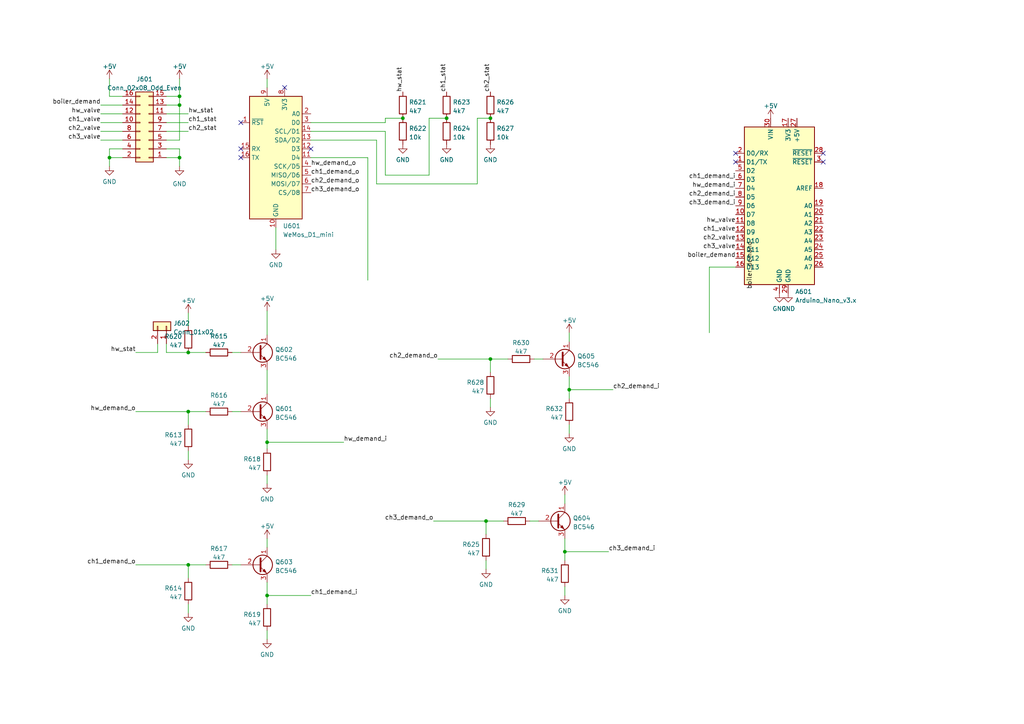
<source format=kicad_sch>
(kicad_sch (version 20211123) (generator eeschema)
  (paper "A4")
  (lib_symbols
    (symbol "Connector_Generic:Conn_01x02" (pin_names (offset 1.016) hide)
      (property "Reference" "J" (at 0 2.54 0))
      (property "Value" "Conn_01x02" (at 0 -5.08 0))
      (symbol "Conn_01x02_1_1"
        (rectangle (start -1.27 -2.413) (end 0 -2.667) (stroke (width 0.1524)))
        (rectangle (start -1.27 0.127) (end 0 -0.127) (stroke (width 0.1524)))
        (rectangle (start -1.27 1.27) (end 1.27 -3.81) (stroke (width 0.254)) (fill (type background)))
        (pin passive line (at -5.08 0 0) (length 3.81) (name "Pin_1") (number "1"))
        (pin passive line (at -5.08 -2.54 0) (length 3.81) (name "Pin_2") (number "2"))
      )
    )
    (symbol "Connector_Generic:Conn_02x08_Odd_Even" (pin_names (offset 1.016) hide)
      (property "Reference" "J" (at 1.27 10.16 0))
      (property "Value" "Conn_02x08_Odd_Even" (at 1.27 -12.7 0))
      (symbol "Conn_02x08_Odd_Even_1_1"
        (rectangle (start -1.27 -10.033) (end 0 -10.287) (stroke (width 0.1524)))
        (rectangle (start -1.27 -7.493) (end 0 -7.747) (stroke (width 0.1524)))
        (rectangle (start -1.27 -4.953) (end 0 -5.207) (stroke (width 0.1524)))
        (rectangle (start -1.27 -2.413) (end 0 -2.667) (stroke (width 0.1524)))
        (rectangle (start -1.27 0.127) (end 0 -0.127) (stroke (width 0.1524)))
        (rectangle (start -1.27 2.667) (end 0 2.413) (stroke (width 0.1524)))
        (rectangle (start -1.27 5.207) (end 0 4.953) (stroke (width 0.1524)))
        (rectangle (start -1.27 7.747) (end 0 7.493) (stroke (width 0.1524)))
        (rectangle (start -1.27 8.89) (end 3.81 -11.43) (stroke (width 0.254)) (fill (type background)))
        (rectangle (start 3.81 -10.033) (end 2.54 -10.287) (stroke (width 0.1524)))
        (rectangle (start 3.81 -7.493) (end 2.54 -7.747) (stroke (width 0.1524)))
        (rectangle (start 3.81 -4.953) (end 2.54 -5.207) (stroke (width 0.1524)))
        (rectangle (start 3.81 -2.413) (end 2.54 -2.667) (stroke (width 0.1524)))
        (rectangle (start 3.81 0.127) (end 2.54 -0.127) (stroke (width 0.1524)))
        (rectangle (start 3.81 2.667) (end 2.54 2.413) (stroke (width 0.1524)))
        (rectangle (start 3.81 5.207) (end 2.54 4.953) (stroke (width 0.1524)))
        (rectangle (start 3.81 7.747) (end 2.54 7.493) (stroke (width 0.1524)))
        (pin passive line (at -5.08 7.62 0) (length 3.81) (name "Pin_1") (number "1"))
        (pin passive line (at 7.62 -2.54 180) (length 3.81) (name "Pin_10") (number "10"))
        (pin passive line (at -5.08 -5.08 0) (length 3.81) (name "Pin_11") (number "11"))
        (pin passive line (at 7.62 -5.08 180) (length 3.81) (name "Pin_12") (number "12"))
        (pin passive line (at -5.08 -7.62 0) (length 3.81) (name "Pin_13") (number "13"))
        (pin passive line (at 7.62 -7.62 180) (length 3.81) (name "Pin_14") (number "14"))
        (pin passive line (at -5.08 -10.16 0) (length 3.81) (name "Pin_15") (number "15"))
        (pin passive line (at 7.62 -10.16 180) (length 3.81) (name "Pin_16") (number "16"))
        (pin passive line (at 7.62 7.62 180) (length 3.81) (name "Pin_2") (number "2"))
        (pin passive line (at -5.08 5.08 0) (length 3.81) (name "Pin_3") (number "3"))
        (pin passive line (at 7.62 5.08 180) (length 3.81) (name "Pin_4") (number "4"))
        (pin passive line (at -5.08 2.54 0) (length 3.81) (name "Pin_5") (number "5"))
        (pin passive line (at 7.62 2.54 180) (length 3.81) (name "Pin_6") (number "6"))
        (pin passive line (at -5.08 0 0) (length 3.81) (name "Pin_7") (number "7"))
        (pin passive line (at 7.62 0 180) (length 3.81) (name "Pin_8") (number "8"))
        (pin passive line (at -5.08 -2.54 0) (length 3.81) (name "Pin_9") (number "9"))
      )
    )
    (symbol "Device:LED" (pin_numbers hide) (pin_names (offset 1.016) hide)
      (property "Reference" "D" (at 0 2.54 0))
      (property "Value" "LED" (at 0 -2.54 0))
      (symbol "LED_0_1"
        (polyline (pts (xy -1.27 -1.27) (xy -1.27 1.27)) (stroke (width 0.254)))
        (polyline (pts (xy -1.27 0) (xy 1.27 0)))
        (polyline (pts (xy 1.27 -1.27) (xy 1.27 1.27) (xy -1.27 0) (xy 1.27 -1.27)) (stroke (width 0.254)))
        (polyline (pts (xy -3.048 -0.762) (xy -4.572 -2.286) (xy -3.81 -2.286) (xy -4.572 -2.286) (xy -4.572 -1.524)))
        (polyline (pts (xy -1.778 -0.762) (xy -3.302 -2.286) (xy -2.54 -2.286) (xy -3.302 -2.286) (xy -3.302 -1.524)))
      )
      (symbol "LED_1_1"
        (pin passive line (at -3.81 0 0) (length 2.54) (name "K") (number "1"))
        (pin passive line (at 3.81 0 180) (length 2.54) (name "A") (number "2"))
      )
    )
    (symbol "Device:R" (pin_numbers hide) (pin_names (offset 0))
      (property "Reference" "R" (at 2.032 0 90))
      (property "Value" "R" (at 0 0 90))
      (symbol "R_0_1"
        (rectangle (start -1.016 -2.54) (end 1.016 2.54) (stroke (width 0.254)))
      )
      (symbol "R_1_1"
        (pin passive line (at 0 3.81 270) (length 1.27) (name "~") (number "1"))
        (pin passive line (at 0 -3.81 90) (length 1.27) (name "~") (number "2"))
      )
    )
    (symbol "MCU_Module:Arduino_Nano_v3.x"
      (property "Reference" "A" (at -10.16 23.495 0))
      (property "Value" "Arduino_Nano_v3.x" (at 5.08 -24.13 0))
      (symbol "Arduino_Nano_v3.x_0_1"
        (rectangle (start -10.16 22.86) (end 10.16 -22.86) (stroke (width 0.254)) (fill (type background)))
      )
      (symbol "Arduino_Nano_v3.x_1_1"
        (pin bidirectional line (at -12.7 12.7 0) (length 2.54) (name "D1/TX") (number "1"))
        (pin bidirectional line (at -12.7 -2.54 0) (length 2.54) (name "D7") (number "10"))
        (pin bidirectional line (at -12.7 -5.08 0) (length 2.54) (name "D8") (number "11"))
        (pin bidirectional line (at -12.7 -7.62 0) (length 2.54) (name "D9") (number "12"))
        (pin bidirectional line (at -12.7 -10.16 0) (length 2.54) (name "D10") (number "13"))
        (pin bidirectional line (at -12.7 -12.7 0) (length 2.54) (name "D11") (number "14"))
        (pin bidirectional line (at -12.7 -15.24 0) (length 2.54) (name "D12") (number "15"))
        (pin bidirectional line (at -12.7 -17.78 0) (length 2.54) (name "D13") (number "16"))
        (pin power_out line (at 2.54 25.4 270) (length 2.54) (name "3V3") (number "17"))
        (pin input line (at 12.7 5.08 180) (length 2.54) (name "AREF") (number "18"))
        (pin bidirectional line (at 12.7 0 180) (length 2.54) (name "A0") (number "19"))
        (pin bidirectional line (at -12.7 15.24 0) (length 2.54) (name "D0/RX") (number "2"))
        (pin bidirectional line (at 12.7 -2.54 180) (length 2.54) (name "A1") (number "20"))
        (pin bidirectional line (at 12.7 -5.08 180) (length 2.54) (name "A2") (number "21"))
        (pin bidirectional line (at 12.7 -7.62 180) (length 2.54) (name "A3") (number "22"))
        (pin bidirectional line (at 12.7 -10.16 180) (length 2.54) (name "A4") (number "23"))
        (pin bidirectional line (at 12.7 -12.7 180) (length 2.54) (name "A5") (number "24"))
        (pin bidirectional line (at 12.7 -15.24 180) (length 2.54) (name "A6") (number "25"))
        (pin bidirectional line (at 12.7 -17.78 180) (length 2.54) (name "A7") (number "26"))
        (pin power_out line (at 5.08 25.4 270) (length 2.54) (name "+5V") (number "27"))
        (pin input line (at 12.7 15.24 180) (length 2.54) (name "~{RESET}") (number "28"))
        (pin power_in line (at 2.54 -25.4 90) (length 2.54) (name "GND") (number "29"))
        (pin input line (at 12.7 12.7 180) (length 2.54) (name "~{RESET}") (number "3"))
        (pin power_in line (at -2.54 25.4 270) (length 2.54) (name "VIN") (number "30"))
        (pin power_in line (at 0 -25.4 90) (length 2.54) (name "GND") (number "4"))
        (pin bidirectional line (at -12.7 10.16 0) (length 2.54) (name "D2") (number "5"))
        (pin bidirectional line (at -12.7 7.62 0) (length 2.54) (name "D3") (number "6"))
        (pin bidirectional line (at -12.7 5.08 0) (length 2.54) (name "D4") (number "7"))
        (pin bidirectional line (at -12.7 2.54 0) (length 2.54) (name "D5") (number "8"))
        (pin bidirectional line (at -12.7 0 0) (length 2.54) (name "D6") (number "9"))
      )
    )
    (symbol "Transistor_BJT:BC546" (pin_names (offset 0) hide)
      (property "Reference" "Q" (at 5.08 1.905 0))
      (property "Value" "BC546" (at 5.08 0 0))
      (symbol "BC546_0_1"
        (polyline (pts (xy 0 0) (xy 0.635 0)))
        (polyline (pts (xy 0.635 0.635) (xy 2.54 2.54)))
        (polyline (pts (xy 0.635 -0.635) (xy 2.54 -2.54) (xy 2.54 -2.54)))
        (polyline (pts (xy 0.635 1.905) (xy 0.635 -1.905) (xy 0.635 -1.905)) (stroke (width 0.508)))
        (polyline (pts (xy 1.27 -1.778) (xy 1.778 -1.27) (xy 2.286 -2.286) (xy 1.27 -1.778) (xy 1.27 -1.778)) (fill (type outline)))
        (circle (center 1.27 0) (radius 2.8194) (stroke (width 0.254)))
      )
      (symbol "BC546_1_1"
        (pin passive line (at 2.54 5.08 270) (length 2.54) (name "C") (number "1"))
        (pin input line (at -5.08 0 0) (length 5.08) (name "B") (number "2"))
        (pin passive line (at 2.54 -5.08 90) (length 2.54) (name "E") (number "3"))
      )
    )
    (symbol "edd:WeMos_D1_mini"
      (property "Reference" "U1" (at 2.0194 -19.8104 0))
      (property "Value" "WeMos_D1_mini" (at 2.0194 -22.3473 0))
      (symbol "WeMos_D1_mini_1_1"
        (rectangle (start -7.62 17.78) (end 7.62 -17.78) (stroke (width 0.254)) (fill (type background)))
        (pin input line (at -10.16 10.16 0) (length 2.54) (name "~{RST}") (number "1"))
        (pin power_in line (at 0 -20.32 90) (length 2.54) (name "GND") (number "10"))
        (pin bidirectional line (at 10.16 0 180) (length 2.54) (name "D4") (number "11"))
        (pin bidirectional line (at 10.16 2.54 180) (length 2.54) (name "D3") (number "12"))
        (pin bidirectional line (at 10.16 5.08 180) (length 2.54) (name "SDA/D2") (number "13"))
        (pin bidirectional line (at 10.16 7.62 180) (length 2.54) (name "SCL/D1") (number "14"))
        (pin input line (at -10.16 2.54 0) (length 2.54) (name "RX") (number "15"))
        (pin output line (at -10.16 0 0) (length 2.54) (name "TX") (number "16"))
        (pin input line (at 10.16 12.7 180) (length 2.54) (name "A0") (number "2"))
        (pin bidirectional line (at 10.16 10.16 180) (length 2.54) (name "D0") (number "3"))
        (pin bidirectional line (at 10.16 -2.54 180) (length 2.54) (name "SCK/D5") (number "4"))
        (pin bidirectional line (at 10.16 -5.08 180) (length 2.54) (name "MISO/D6") (number "5"))
        (pin bidirectional line (at 10.16 -7.62 180) (length 2.54) (name "MOSI/D7") (number "6"))
        (pin bidirectional line (at 10.16 -10.16 180) (length 2.54) (name "CS/D8") (number "7"))
        (pin power_out line (at 2.54 20.32 270) (length 2.54) (name "3V3") (number "8"))
        (pin power_in line (at -2.54 20.32 270) (length 2.54) (name "5V") (number "9"))
      )
    )
    (symbol "power:+5V" (power) (pin_names (offset 0))
      (property "Value" "+5V" (at 0 3.556 0))
      (symbol "+5V_0_1"
        (polyline (pts (xy -0.762 1.27) (xy 0 2.54)))
        (polyline (pts (xy 0 0) (xy 0 2.54)))
        (polyline (pts (xy 0 2.54) (xy 0.762 1.27)))
      )
      (symbol "+5V_1_1"
        (pin power_in line (at 0 0 90) (length 0) hide (name "+5V") (number "1"))
      )
    )
    (symbol "power:GND" (power) (pin_names (offset 0))
      (property "Value" "GND" (at 0 -3.81 0))
      (symbol "GND_0_1"
        (polyline (pts (xy 0 0) (xy 0 -1.27) (xy 1.27 -1.27) (xy 0 -2.54) (xy -1.27 -1.27) (xy 0 -1.27)))
      )
      (symbol "GND_1_1"
        (pin power_in line (at 0 0 270) (length 0) hide (name "GND") (number "1"))
      )
    )
  )
  (junction (at 31.75 45.72))
  (junction (at -73.66 189.23))
  (junction (at 77.47 128.27))
  (junction (at -82.55 189.23))
  (junction (at 140.97 151.13))
  (junction (at 163.83 160.02))
  (junction (at 165.1 113.03))
  (junction (at 129.54 34.29))
  (junction (at -19.05 189.23))
  (junction (at 77.47 172.72))
  (junction (at -118.11 189.23))
  (junction (at 54.61 163.83))
  (junction (at -10.16 189.23))
  (junction (at 52.07 45.72))
  (junction (at -64.77 189.23))
  (junction (at 142.24 104.14))
  (junction (at -36.83 189.23))
  (junction (at 52.07 30.48))
  (junction (at -27.94 189.23))
  (junction (at 142.24 34.29))
  (junction (at 54.61 102.235))
  (junction (at 54.61 119.38))
  (junction (at 52.07 27.94))
  (junction (at -109.22 189.23))
  (junction (at 116.84 34.29))
  (no_connect (at 238.76 44.45))
  (no_connect (at 238.76 46.99))
  (no_connect (at 213.36 44.45))
  (no_connect (at 213.36 46.99))
  (no_connect (at 69.85 43.18))
  (no_connect (at 82.55 25.4))
  (no_connect (at 69.85 35.56))
  (no_connect (at 69.85 45.72))
  (no_connect (at 90.17 43.18))
  (wire (pts (xy 106.68 45.72) (xy 90.17 45.72)))
  (wire (pts (xy 77.47 172.72) (xy 77.47 175.26)))
  (wire (pts (xy 111.76 34.29) (xy 116.84 34.29)))
  (wire (pts (xy -109.22 165.1) (xy -109.22 157.48)))
  (wire (pts (xy 156.21 151.13) (xy 153.67 151.13)))
  (wire (pts (xy -64.77 189.23) (xy -64.77 194.31)))
  (wire (pts (xy 31.75 45.72) (xy 31.75 43.18)))
  (wire (pts (xy 147.32 104.14) (xy 142.24 104.14)))
  (wire (pts (xy 142.24 115.57) (xy 142.24 118.11)))
  (wire (pts (xy 54.61 90.805) (xy 54.61 94.615)))
  (wire (pts (xy 52.07 27.94) (xy 52.07 30.48)))
  (wire (pts (xy 138.43 34.29) (xy 142.24 34.29)))
  (wire (pts (xy -118.11 189.23) (xy -118.11 184.15)))
  (wire (pts (xy 77.47 124.46) (xy 77.47 128.27)))
  (wire (pts (xy 90.17 35.56) (xy 111.76 35.56)))
  (wire (pts (xy 165.1 113.03) (xy 165.1 115.57)))
  (wire (pts (xy 111.76 50.8) (xy 124.46 50.8)))
  (wire (pts (xy 140.97 151.13) (xy 125.73 151.13)))
  (wire (pts (xy -64.77 165.1) (xy -64.77 160.02)))
  (wire (pts (xy 77.47 156.21) (xy 77.47 158.75)))
  (wire (pts (xy -19.05 172.72) (xy -19.05 176.53)))
  (wire (pts (xy 54.61 102.235) (xy 59.69 102.235)))
  (wire (pts (xy 45.72 102.235) (xy 45.72 99.695)))
  (wire (pts (xy 29.21 38.1) (xy 35.56 38.1)))
  (wire (pts (xy 59.69 163.83) (xy 54.61 163.83)))
  (wire (pts (xy 52.07 45.72) (xy 52.07 43.18)))
  (wire (pts (xy -128.27 184.15) (xy -128.27 189.23)))
  (wire (pts (xy 48.26 43.18) (xy 52.07 43.18)))
  (wire (pts (xy -128.27 165.1) (xy -128.27 157.48)))
  (wire (pts (xy 39.37 102.235) (xy 45.72 102.235)))
  (wire (pts (xy 138.43 53.34) (xy 138.43 34.29)))
  (wire (pts (xy 29.21 33.02) (xy 35.56 33.02)))
  (wire (pts (xy 111.76 35.56) (xy 111.76 34.29)))
  (wire (pts (xy -19.05 160.02) (xy -19.05 165.1)))
  (wire (pts (xy -45.72 165.1) (xy -45.72 160.02)))
  (wire (pts (xy 29.21 30.48) (xy 35.56 30.48)))
  (wire (pts (xy 213.36 77.47) (xy 205.74 77.47)))
  (wire (pts (xy 124.46 34.29) (xy 129.54 34.29)))
  (wire (pts (xy 54.61 163.83) (xy 39.37 163.83)))
  (wire (pts (xy -73.66 172.72) (xy -73.66 176.53)))
  (wire (pts (xy -27.94 184.15) (xy -27.94 189.23)))
  (wire (pts (xy 77.47 107.315) (xy 77.47 114.3)))
  (wire (pts (xy 90.17 38.1) (xy 111.76 38.1)))
  (wire (pts (xy 31.75 45.72) (xy 35.56 45.72)))
  (wire (pts (xy 48.26 33.02) (xy 54.61 33.02)))
  (wire (pts (xy -118.11 172.72) (xy -118.11 176.53)))
  (wire (pts (xy -10.16 189.23) (xy -10.16 194.31)))
  (wire (pts (xy -36.83 189.23) (xy -27.94 189.23)))
  (wire (pts (xy 48.26 27.94) (xy 52.07 27.94)))
  (wire (pts (xy 163.83 160.02) (xy 163.83 162.56)))
  (wire (pts (xy -36.83 172.72) (xy -36.83 176.53)))
  (wire (pts (xy 48.26 40.64) (xy 52.07 40.64)))
  (wire (pts (xy 29.21 35.56) (xy 35.56 35.56)))
  (wire (pts (xy 90.17 40.64) (xy 109.22 40.64)))
  (wire (pts (xy 52.07 48.26) (xy 52.07 45.72)))
  (wire (pts (xy 77.47 128.27) (xy 77.47 130.175)))
  (wire (pts (xy -27.94 172.72) (xy -27.94 176.53)))
  (wire (pts (xy 106.68 45.72) (xy 106.68 81.28)))
  (wire (pts (xy 77.47 128.27) (xy 99.695 128.27)))
  (wire (pts (xy -91.44 172.72) (xy -91.44 176.53)))
  (wire (pts (xy 165.1 96.52) (xy 165.1 99.06)))
  (wire (pts (xy 48.26 45.72) (xy 52.07 45.72)))
  (wire (pts (xy -10.16 172.72) (xy -10.16 176.53)))
  (wire (pts (xy 109.22 53.34) (xy 138.43 53.34)))
  (wire (pts (xy 48.26 38.1) (xy 54.61 38.1)))
  (wire (pts (xy 77.47 168.91) (xy 77.47 172.72)))
  (wire (pts (xy -45.72 172.72) (xy -45.72 176.53)))
  (wire (pts (xy -36.83 184.15) (xy -36.83 189.23)))
  (wire (pts (xy -118.11 157.48) (xy -118.11 165.1)))
  (wire (pts (xy -19.05 189.23) (xy -19.05 184.15)))
  (wire (pts (xy -82.55 172.72) (xy -82.55 176.53)))
  (wire (pts (xy 67.31 119.38) (xy 69.85 119.38)))
  (wire (pts (xy -73.66 160.02) (xy -73.66 165.1)))
  (wire (pts (xy -109.22 184.15) (xy -109.22 189.23)))
  (wire (pts (xy -82.55 184.15) (xy -82.55 189.23)))
  (wire (pts (xy 52.07 22.86) (xy 52.07 27.94)))
  (wire (pts (xy -128.27 189.23) (xy -118.11 189.23)))
  (wire (pts (xy -27.94 160.02) (xy -27.94 165.1)))
  (wire (pts (xy -64.77 184.15) (xy -64.77 189.23)))
  (wire (pts (xy 109.22 40.64) (xy 109.22 53.34)))
  (wire (pts (xy 31.75 22.86) (xy 31.75 27.94)))
  (wire (pts (xy -73.66 189.23) (xy -73.66 184.15)))
  (wire (pts (xy 31.75 27.94) (xy 35.56 27.94)))
  (wire (pts (xy -64.77 189.23) (xy -73.66 189.23)))
  (wire (pts (xy 177.8 113.03) (xy 165.1 113.03)))
  (wire (pts (xy 48.26 102.235) (xy 54.61 102.235)))
  (wire (pts (xy 140.97 151.13) (xy 140.97 154.94)))
  (wire (pts (xy 29.21 40.64) (xy 35.56 40.64)))
  (wire (pts (xy 163.83 156.21) (xy 163.83 160.02)))
  (wire (pts (xy 124.46 50.8) (xy 124.46 34.29)))
  (wire (pts (xy 165.1 109.22) (xy 165.1 113.03)))
  (wire (pts (xy 77.47 137.795) (xy 77.47 140.335)))
  (wire (pts (xy 48.26 99.695) (xy 48.26 102.235)))
  (wire (pts (xy -10.16 189.23) (xy -19.05 189.23)))
  (wire (pts (xy -109.22 172.72) (xy -109.22 176.53)))
  (wire (pts (xy -91.44 184.15) (xy -91.44 189.23)))
  (wire (pts (xy 176.53 160.02) (xy 163.83 160.02)))
  (wire (pts (xy 111.76 38.1) (xy 111.76 50.8)))
  (wire (pts (xy -82.55 189.23) (xy -73.66 189.23)))
  (wire (pts (xy 31.75 43.18) (xy 35.56 43.18)))
  (wire (pts (xy -10.16 165.1) (xy -10.16 160.02)))
  (wire (pts (xy 146.05 151.13) (xy 140.97 151.13)))
  (wire (pts (xy -82.55 160.02) (xy -82.55 165.1)))
  (wire (pts (xy 140.97 162.56) (xy 140.97 165.1)))
  (wire (pts (xy 54.61 130.81) (xy 54.61 133.35)))
  (wire (pts (xy -109.22 189.23) (xy -118.11 189.23)))
  (wire (pts (xy 67.31 102.235) (xy 69.85 102.235)))
  (wire (pts (xy 163.83 143.51) (xy 163.83 146.05)))
  (wire (pts (xy -91.44 189.23) (xy -82.55 189.23)))
  (wire (pts (xy -10.16 184.15) (xy -10.16 189.23)))
  (wire (pts (xy 90.17 172.72) (xy 77.47 172.72)))
  (wire (pts (xy -109.22 189.23) (xy -109.22 194.31)))
  (wire (pts (xy 54.61 175.26) (xy 54.61 177.8)))
  (wire (pts (xy 54.61 119.38) (xy 54.61 123.19)))
  (wire (pts (xy 69.85 163.83) (xy 67.31 163.83)))
  (wire (pts (xy 77.47 90.17) (xy 77.47 97.155)))
  (wire (pts (xy 54.61 163.83) (xy 54.61 167.64)))
  (wire (pts (xy 157.48 104.14) (xy 154.94 104.14)))
  (wire (pts (xy 142.24 104.14) (xy 127 104.14)))
  (wire (pts (xy 52.07 30.48) (xy 52.07 40.64)))
  (wire (pts (xy 77.47 182.88) (xy 77.47 185.42)))
  (wire (pts (xy -64.77 172.72) (xy -64.77 176.53)))
  (wire (pts (xy -27.94 189.23) (xy -19.05 189.23)))
  (wire (pts (xy 163.83 170.18) (xy 163.83 172.72)))
  (wire (pts (xy 77.47 22.86) (xy 77.47 25.4)))
  (wire (pts (xy 142.24 104.14) (xy 142.24 107.95)))
  (wire (pts (xy -45.72 189.23) (xy -36.83 189.23)))
  (wire (pts (xy -128.27 172.72) (xy -128.27 176.53)))
  (wire (pts (xy 80.01 66.04) (xy 80.01 72.39)))
  (wire (pts (xy -45.72 184.15) (xy -45.72 189.23)))
  (wire (pts (xy -91.44 165.1) (xy -91.44 160.02)))
  (wire (pts (xy 48.26 35.56) (xy 54.61 35.56)))
  (wire (pts (xy 48.26 30.48) (xy 52.07 30.48)))
  (wire (pts (xy 31.75 48.26) (xy 31.75 45.72)))
  (wire (pts (xy 165.1 123.19) (xy 165.1 125.73)))
  (wire (pts (xy 205.74 77.47) (xy 205.74 96.52)))
  (wire (pts (xy 59.69 119.38) (xy 54.61 119.38)))
  (wire (pts (xy 54.61 119.38) (xy 39.37 119.38)))
  (wire (pts (xy -36.83 165.1) (xy -36.83 160.02)))
  (text "Boiler and Valves - Red\n" (at -39.37 194.31 0) (effects (font (size 1.27 1.27)) (justify left bottom)))
  (text "Demand - Yellow" (at -90.17 194.31 0) (effects (font (size 1.27 1.27)) (justify left bottom)))
  (text "Stats - Green\n" (at -134.62 194.31 0) (effects (font (size 1.27 1.27)) (justify left bottom)))
  (label "ch1_demand_i" (at 90.17 172.72 0))
  (label "ch2_demand_i" (at -73.66 160.02 90))
  (label "ch1_demand_o" (at 39.37 163.83 180))
  (label "hw_stat" (at 116.84 26.67 90))
  (label "ch1_valve" (at 29.21 35.56 180))
  (label "hw_demand_o" (at 39.37 119.38 180))
  (label "ch1_demand_o" (at 90.17 50.8 0))
  (label "hw_demand_i" (at 99.695 128.27 0))
  (label "ch1_demand_i" (at -82.55 160.02 90))
  (label "hw_valve" (at -36.83 160.02 90))
  (label "ch2_valve" (at 29.21 38.1 180))
  (label "ch1_stat" (at -109.22 157.48 90))
  (label "ch3_valve" (at 29.21 40.64 180))
  (label "ch2_stat" (at -118.11 157.48 90))
  (label "hw_demand_o" (at 90.17 48.26 0))
  (label "hw_stat" (at 54.61 33.02 0))
  (label "ch3_valve" (at -10.16 160.02 90))
  (label "ch2_valve" (at -19.05 160.02 90))
  (label "ch3_valve" (at 213.36 72.39 180))
  (label "hw_valve" (at 29.21 33.02 180))
  (label "hw_valve" (at 213.36 64.77 180))
  (label "hw_demand_i" (at 213.36 54.61 180))
  (label "boiler_demand" (at 213.36 74.93 180))
  (label "hw_stat" (at -128.27 157.48 90))
  (label "ch2_demand_i" (at 213.36 57.15 180))
  (label "boiler_demand" (at 218.44 69.85 270))
  (label "boiler_demand" (at -45.72 160.02 90))
  (label "ch2_demand_i" (at 177.8 113.03 0))
  (label "ch2_demand_o" (at 127 104.14 180))
  (label "ch3_demand_o" (at 90.17 55.88 0))
  (label "ch3_demand_i" (at -64.77 160.02 90))
  (label "hw_stat" (at 39.37 102.235 180))
  (label "ch1_stat" (at 129.54 26.67 90))
  (label "boiler_demand" (at 29.21 30.48 180))
  (label "ch2_stat" (at 142.24 26.67 90))
  (label "ch1_demand_i" (at 213.36 52.07 180))
  (label "ch1_valve" (at 213.36 67.31 180))
  (label "ch3_demand_i" (at 213.36 59.69 180))
  (label "ch2_demand_o" (at 90.17 53.34 0))
  (label "ch1_valve" (at -27.94 160.02 90))
  (label "ch2_stat" (at 54.61 38.1 0))
  (label "ch1_stat" (at 54.61 35.56 0))
  (label "hw_demand_led" (at -91.44 160.02 90))
  (label "ch3_demand_i" (at 176.53 160.02 0))
  (label "ch3_demand_o" (at 125.73 151.13 180))
  (label "ch2_valve" (at 213.36 69.85 180))
  (symbol (lib_id "Connector_Generic:Conn_02x08_Odd_Even") (at 43.18 38.1 180) (unit 1)
    (property "Reference" "J601" (at 41.91 22.9702 0))
    (property "Value" "Conn_02x08_Odd_Even" (at 41.91 25.5071 0))
    (property "Footprint" "Connector_PinHeader_2.54mm:PinHeader_2x08_P2.54mm_Vertical" (effects hide))
  )
  (symbol (lib_id "Device:R") (at 165.1 119.38 0) (mirror y) (unit 1)
    (property "Reference" "R632" (at 163.322 118.5453 0) (effects (justify left)))
    (property "Value" "4k7" (at 163.322 121.0822 0) (effects (justify left)))
    (property "Footprint" "Resistor_SMD:R_0805_2012Metric_Pad1.20x1.40mm_HandSolder" (effects hide))
  )
  (symbol (lib_id "power:+5V") (at 54.61 90.805 0) (mirror y) (unit 1)
    (property "Reference" "#PWR0610" (effects hide))
    (property "Value" "+5V" (at 54.61 87.2292 0))
  )
  (symbol (lib_id "Device:R") (at 140.97 158.75 0) (mirror y) (unit 1)
    (property "Reference" "R625" (at 139.192 157.9153 0) (effects (justify left)))
    (property "Value" "4k7" (at 139.192 160.4522 0) (effects (justify left)))
    (property "Footprint" "Resistor_SMD:R_0805_2012Metric_Pad1.20x1.40mm_HandSolder" (effects hide))
  )
  (symbol (lib_id "Device:R") (at 142.24 30.48 0) (unit 1)
    (property "Reference" "R626" (at 144.018 29.6453 0) (effects (justify left)))
    (property "Value" "4k7" (at 144.018 32.1822 0) (effects (justify left)))
    (property "Footprint" "Resistor_SMD:R_0805_2012Metric_Pad1.20x1.40mm_HandSolder" (effects hide))
  )
  (symbol (lib_id "Device:R") (at 63.5 119.38 270) (mirror x) (unit 1)
    (property "Reference" "R616" (at 63.5 114.6642 90))
    (property "Value" "4k7" (at 63.5 117.2011 90))
    (property "Footprint" "Resistor_SMD:R_0805_2012Metric_Pad1.20x1.40mm_HandSolder" (effects hide))
  )
  (symbol (lib_id "Device:R") (at 77.47 179.07 0) (mirror y) (unit 1)
    (property "Reference" "R619" (at 75.692 178.2353 0) (effects (justify left)))
    (property "Value" "4k7" (at 75.692 180.7722 0) (effects (justify left)))
    (property "Footprint" "Resistor_SMD:R_0805_2012Metric_Pad1.20x1.40mm_HandSolder" (effects hide))
  )
  (symbol (lib_id "MCU_Module:Arduino_Nano_v3.x") (at 226.06 59.69 0) (unit 1)
    (property "Reference" "A601" (at 230.6194 84.5804 0) (effects (justify left)))
    (property "Value" "Arduino_Nano_v3.x" (at 230.6194 87.1173 0) (effects (justify left)))
    (property "Footprint" "Module:Arduino_Nano" (effects hide))
    (property "Datasheet" "http://www.mouser.com/pdfdocs/Gravitech_Arduino_Nano3_0.pdf" (effects hide))
  )
  (symbol (lib_id "Device:R") (at -82.55 168.91 180) (unit 1)
    (property "Reference" "R605" (at -87.2658 168.91 90))
    (property "Value" "470R" (at -85.09 168.91 90))
    (property "Footprint" "Resistor_SMD:R_0805_2012Metric_Pad1.20x1.40mm_HandSolder" (effects hide))
  )
  (symbol (lib_id "power:GND") (at 54.61 133.35 0) (mirror y) (unit 1)
    (property "Reference" "#PWR0608" (effects hide))
    (property "Value" "GND" (at 54.61 137.7934 0))
  )
  (symbol (lib_id "power:GND") (at 140.97 165.1 0) (mirror y) (unit 1)
    (property "Reference" "#PWR0620" (effects hide))
    (property "Value" "GND" (at 140.97 169.5434 0))
  )
  (symbol (lib_id "Device:R") (at 151.13 104.14 270) (mirror x) (unit 1)
    (property "Reference" "R630" (at 151.13 99.4242 90))
    (property "Value" "4k7" (at 151.13 101.9611 90))
    (property "Footprint" "Resistor_SMD:R_0805_2012Metric_Pad1.20x1.40mm_HandSolder" (effects hide))
  )
  (symbol (lib_id "Device:LED") (at -91.44 180.34 90) (unit 1)
    (property "Reference" "D604" (at -88.519 181.0928 90) (effects (justify right)))
    (property "Value" "HW" (at -88.519 183.6297 90) (effects (justify right)))
    (property "Footprint" "LED_SMD:LED_1206_3216Metric_Pad1.42x1.75mm_HandSolder" (effects hide))
  )
  (symbol (lib_id "power:+5V") (at 77.47 90.17 0) (mirror y) (unit 1)
    (property "Reference" "#PWR0612" (effects hide))
    (property "Value" "+5V" (at 77.47 86.5942 0))
  )
  (symbol (lib_id "power:GND") (at 129.54 41.91 0) (unit 1)
    (property "Reference" "#PWR0619" (effects hide))
    (property "Value" "GND" (at 129.54 46.3534 0))
  )
  (symbol (lib_id "power:GND") (at 163.83 172.72 0) (mirror y) (unit 1)
    (property "Reference" "#PWR0624" (effects hide))
    (property "Value" "GND" (at 163.83 177.1634 0))
  )
  (symbol (lib_id "Device:LED") (at -19.05 180.34 90) (unit 1)
    (property "Reference" "D611" (at -16.129 181.0928 90) (effects (justify right)))
    (property "Value" "CH2" (at -16.129 183.6297 90) (effects (justify right)))
    (property "Footprint" "LED_SMD:LED_1206_3216Metric_Pad1.42x1.75mm_HandSolder" (effects hide))
  )
  (symbol (lib_id "Device:R") (at -36.83 168.91 180) (unit 1)
    (property "Reference" "R609" (at -41.5458 168.91 90))
    (property "Value" "470R" (at -39.37 168.91 90))
    (property "Footprint" "Resistor_SMD:R_0805_2012Metric_Pad1.20x1.40mm_HandSolder" (effects hide))
  )
  (symbol (lib_id "Device:R") (at -19.05 168.91 180) (unit 1)
    (property "Reference" "R611" (at -23.7658 168.91 90))
    (property "Value" "470R" (at -21.59 168.91 90))
    (property "Footprint" "Resistor_SMD:R_0805_2012Metric_Pad1.20x1.40mm_HandSolder" (effects hide))
  )
  (symbol (lib_id "power:GND") (at -64.77 194.31 0) (unit 1)
    (property "Reference" "#PWR0602" (effects hide))
    (property "Value" "GND" (at -64.77 198.7534 0))
  )
  (symbol (lib_id "Device:R") (at 142.24 111.76 0) (mirror y) (unit 1)
    (property "Reference" "R628" (at 140.462 110.9253 0) (effects (justify left)))
    (property "Value" "4k7" (at 140.462 113.4622 0) (effects (justify left)))
    (property "Footprint" "Resistor_SMD:R_0805_2012Metric_Pad1.20x1.40mm_HandSolder" (effects hide))
  )
  (symbol (lib_id "Transistor_BJT:BC546") (at 74.93 163.83 0) (unit 1)
    (property "Reference" "Q603" (at 79.7814 162.9953 0) (effects (justify left)))
    (property "Value" "BC546" (at 79.7814 165.5322 0) (effects (justify left)))
    (property "Footprint" "edd:TO-92_Inline" (effects hide))
    (property "Datasheet" "https://www.onsemi.com/pub/Collateral/BC550-D.pdf" (effects hide))
  )
  (symbol (lib_id "Device:R") (at -128.27 168.91 180) (unit 1)
    (property "Reference" "R601" (at -132.9858 168.91 90))
    (property "Value" "470R" (at -130.81 168.91 90))
    (property "Footprint" "Resistor_SMD:R_0805_2012Metric_Pad1.20x1.40mm_HandSolder" (effects hide))
  )
  (symbol (lib_id "Device:R") (at 129.54 30.48 0) (unit 1)
    (property "Reference" "R623" (at 131.318 29.6453 0) (effects (justify left)))
    (property "Value" "4k7" (at 131.318 32.1822 0) (effects (justify left)))
    (property "Footprint" "Resistor_SMD:R_0805_2012Metric_Pad1.20x1.40mm_HandSolder" (effects hide))
  )
  (symbol (lib_id "Transistor_BJT:BC546") (at 161.29 151.13 0) (unit 1)
    (property "Reference" "Q604" (at 166.1414 150.2953 0) (effects (justify left)))
    (property "Value" "BC546" (at 166.1414 152.8322 0) (effects (justify left)))
    (property "Footprint" "edd:TO-92_Inline" (effects hide))
    (property "Datasheet" "https://www.onsemi.com/pub/Collateral/BC550-D.pdf" (effects hide))
  )
  (symbol (lib_id "power:GND") (at 54.61 177.8 0) (mirror y) (unit 1)
    (property "Reference" "#PWR0609" (effects hide))
    (property "Value" "GND" (at 54.61 182.2434 0))
  )
  (symbol (lib_id "Device:LED") (at -45.72 180.34 90) (unit 1)
    (property "Reference" "D608" (at -42.799 181.0928 90) (effects (justify right)))
    (property "Value" "Boiler" (at -42.799 183.6297 90) (effects (justify right)))
    (property "Footprint" "LED_SMD:LED_1206_3216Metric_Pad1.42x1.75mm_HandSolder" (effects hide))
  )
  (symbol (lib_id "power:+5V") (at 77.47 156.21 0) (mirror y) (unit 1)
    (property "Reference" "#PWR0614" (effects hide))
    (property "Value" "+5V" (at 77.47 152.6342 0))
  )
  (symbol (lib_id "Transistor_BJT:BC546") (at 74.93 102.235 0) (unit 1)
    (property "Reference" "Q602" (at 79.7814 101.4003 0) (effects (justify left)))
    (property "Value" "BC546" (at 79.7814 103.9372 0) (effects (justify left)))
    (property "Footprint" "edd:TO-92_Inline" (effects hide))
    (property "Datasheet" "https://www.onsemi.com/pub/Collateral/BC550-D.pdf" (effects hide))
  )
  (symbol (lib_id "Device:LED") (at -73.66 180.34 90) (unit 1)
    (property "Reference" "D606" (at -70.739 181.0928 90) (effects (justify right)))
    (property "Value" "CH2" (at -70.739 183.6297 90) (effects (justify right)))
    (property "Footprint" "LED_SMD:LED_1206_3216Metric_Pad1.42x1.75mm_HandSolder" (effects hide))
  )
  (symbol (lib_id "Device:R") (at 149.86 151.13 270) (mirror x) (unit 1)
    (property "Reference" "R629" (at 149.86 146.4142 90))
    (property "Value" "4k7" (at 149.86 148.9511 90))
    (property "Footprint" "Resistor_SMD:R_0805_2012Metric_Pad1.20x1.40mm_HandSolder" (effects hide))
  )
  (symbol (lib_id "power:GND") (at 31.75 48.26 0) (unit 1)
    (property "Reference" "#PWR0605" (effects hide))
    (property "Value" "GND" (at 31.75 52.7034 0))
  )
  (symbol (lib_id "Device:R") (at 63.5 102.235 270) (mirror x) (unit 1)
    (property "Reference" "R615" (at 63.5 97.5192 90))
    (property "Value" "4k7" (at 63.5 100.0561 90))
    (property "Footprint" "Resistor_SMD:R_0805_2012Metric_Pad1.20x1.40mm_HandSolder" (effects hide))
  )
  (symbol (lib_id "power:+5V") (at 77.47 22.86 0) (unit 1)
    (property "Reference" "#PWR0611" (effects hide))
    (property "Value" "+5V" (at 77.47 19.2842 0))
  )
  (symbol (lib_id "power:GND") (at 80.01 72.39 0) (unit 1)
    (property "Reference" "#PWR0616" (effects hide))
    (property "Value" "GND" (at 80.01 76.8334 0))
  )
  (symbol (lib_id "Device:R") (at 54.61 98.425 0) (mirror y) (unit 1)
    (property "Reference" "R620" (at 52.832 97.5903 0) (effects (justify left)))
    (property "Value" "4k7" (at 52.832 100.1272 0) (effects (justify left)))
    (property "Footprint" "Resistor_SMD:R_0805_2012Metric_Pad1.20x1.40mm_HandSolder" (effects hide))
  )
  (symbol (lib_id "Device:LED") (at -128.27 180.34 90) (unit 1)
    (property "Reference" "D601" (at -125.349 181.0928 90) (effects (justify right)))
    (property "Value" "HW" (at -125.349 183.6297 90) (effects (justify right)))
    (property "Footprint" "LED_SMD:LED_1206_3216Metric_Pad1.42x1.75mm_HandSolder" (effects hide))
  )
  (symbol (lib_id "Device:LED") (at -27.94 180.34 90) (unit 1)
    (property "Reference" "D610" (at -25.019 181.0928 90) (effects (justify right)))
    (property "Value" "CH1" (at -25.019 183.6297 90) (effects (justify right)))
    (property "Footprint" "LED_SMD:LED_1206_3216Metric_Pad1.42x1.75mm_HandSolder" (effects hide))
  )
  (symbol (lib_id "Device:R") (at -64.77 168.91 180) (unit 1)
    (property "Reference" "R607" (at -69.4858 168.91 90))
    (property "Value" "470R" (at -67.31 168.91 90))
    (property "Footprint" "Resistor_SMD:R_0805_2012Metric_Pad1.20x1.40mm_HandSolder" (effects hide))
  )
  (symbol (lib_id "power:GND") (at 77.47 185.42 0) (mirror y) (unit 1)
    (property "Reference" "#PWR0615" (effects hide))
    (property "Value" "GND" (at 77.47 189.8634 0))
  )
  (symbol (lib_id "Device:LED") (at -36.83 180.34 90) (unit 1)
    (property "Reference" "D609" (at -33.909 181.0928 90) (effects (justify right)))
    (property "Value" "HW" (at -33.909 183.6297 90) (effects (justify right)))
    (property "Footprint" "LED_SMD:LED_1206_3216Metric_Pad1.42x1.75mm_HandSolder" (effects hide))
  )
  (symbol (lib_id "power:GND") (at 142.24 118.11 0) (mirror y) (unit 1)
    (property "Reference" "#PWR0622" (effects hide))
    (property "Value" "GND" (at 142.24 122.5534 0))
  )
  (symbol (lib_id "Device:R") (at -73.66 168.91 180) (unit 1)
    (property "Reference" "R606" (at -78.3758 168.91 90))
    (property "Value" "470R" (at -76.2 168.91 90))
    (property "Footprint" "Resistor_SMD:R_0805_2012Metric_Pad1.20x1.40mm_HandSolder" (effects hide))
  )
  (symbol (lib_id "Device:R") (at -45.72 168.91 180) (unit 1)
    (property "Reference" "R608" (at -50.4358 168.91 90))
    (property "Value" "470R" (at -48.26 168.91 90))
    (property "Footprint" "Resistor_SMD:R_0805_2012Metric_Pad1.20x1.40mm_HandSolder" (effects hide))
  )
  (symbol (lib_id "power:GND") (at 116.84 41.91 0) (unit 1)
    (property "Reference" "#PWR0618" (effects hide))
    (property "Value" "GND" (at 116.84 46.3534 0))
  )
  (symbol (lib_id "power:+5V") (at 52.07 22.86 0) (unit 1)
    (property "Reference" "#PWR0606" (effects hide))
    (property "Value" "+5V" (at 52.07 19.2842 0))
  )
  (symbol (lib_id "Device:R") (at 129.54 38.1 0) (unit 1)
    (property "Reference" "R624" (at 131.318 37.2653 0) (effects (justify left)))
    (property "Value" "10k" (at 131.318 39.8022 0) (effects (justify left)))
    (property "Footprint" "Resistor_SMD:R_0805_2012Metric_Pad1.20x1.40mm_HandSolder" (effects hide))
  )
  (symbol (lib_id "Device:R") (at 116.84 30.48 0) (unit 1)
    (property "Reference" "R621" (at 118.618 29.6453 0) (effects (justify left)))
    (property "Value" "4k7" (at 118.618 32.1822 0) (effects (justify left)))
    (property "Footprint" "Resistor_SMD:R_0805_2012Metric_Pad1.20x1.40mm_HandSolder" (effects hide))
  )
  (symbol (lib_id "power:GND") (at -109.22 194.31 0) (unit 1)
    (property "Reference" "#PWR0601" (effects hide))
    (property "Value" "GND" (at -109.22 198.7534 0))
  )
  (symbol (lib_id "power:GND") (at 228.6 85.09 0) (unit 1)
    (property "Reference" "#PWR0630" (effects hide))
    (property "Value" "GND" (at 228.6 89.5334 0))
  )
  (symbol (lib_id "edd:WeMos_D1_mini") (at 80.01 45.72 0) (unit 1)
    (property "Reference" "U601" (at 82.0294 65.5304 0) (effects (justify left)))
    (property "Value" "WeMos_D1_mini" (at 82.0294 68.0673 0) (effects (justify left)))
    (property "Footprint" "Module:WEMOS_D1_mini_light" (effects hide))
    (property "Datasheet" "https://wiki.wemos.cc/products:d1:d1_mini#documentation" (effects hide))
  )
  (symbol (lib_id "Device:R") (at 63.5 163.83 270) (mirror x) (unit 1)
    (property "Reference" "R617" (at 63.5 159.1142 90))
    (property "Value" "4k7" (at 63.5 161.6511 90))
    (property "Footprint" "Resistor_SMD:R_0805_2012Metric_Pad1.20x1.40mm_HandSolder" (effects hide))
  )
  (symbol (lib_id "Device:LED") (at -82.55 180.34 90) (unit 1)
    (property "Reference" "D605" (at -79.629 181.0928 90) (effects (justify right)))
    (property "Value" "CH1" (at -79.629 183.6297 90) (effects (justify right)))
    (property "Footprint" "LED_SMD:LED_1206_3216Metric_Pad1.42x1.75mm_HandSolder" (effects hide))
  )
  (symbol (lib_id "Device:LED") (at -118.11 180.34 90) (unit 1)
    (property "Reference" "D602" (at -115.189 181.0928 90) (effects (justify right)))
    (property "Value" "CH2" (at -115.189 183.6297 90) (effects (justify right)))
    (property "Footprint" "LED_SMD:LED_1206_3216Metric_Pad1.42x1.75mm_HandSolder" (effects hide))
  )
  (symbol (lib_id "Transistor_BJT:BC546") (at 162.56 104.14 0) (unit 1)
    (property "Reference" "Q605" (at 167.4114 103.3053 0) (effects (justify left)))
    (property "Value" "BC546" (at 167.4114 105.8422 0) (effects (justify left)))
    (property "Footprint" "edd:TO-92_Inline" (effects hide))
    (property "Datasheet" "https://www.onsemi.com/pub/Collateral/BC550-D.pdf" (effects hide))
  )
  (symbol (lib_id "power:GND") (at 52.07 48.26 0) (unit 1)
    (property "Reference" "#PWR0607" (effects hide))
    (property "Value" "GND" (at 52.07 53.34 0))
  )
  (symbol (lib_id "power:GND") (at 77.47 140.335 0) (mirror y) (unit 1)
    (property "Reference" "#PWR0613" (effects hide))
    (property "Value" "GND" (at 77.47 144.7784 0))
  )
  (symbol (lib_id "Device:R") (at -10.16 168.91 180) (unit 1)
    (property "Reference" "R612" (at -14.8758 168.91 90))
    (property "Value" "470R" (at -12.7 168.91 90))
    (property "Footprint" "Resistor_SMD:R_0805_2012Metric_Pad1.20x1.40mm_HandSolder" (effects hide))
  )
  (symbol (lib_id "Device:R") (at 142.24 38.1 0) (unit 1)
    (property "Reference" "R627" (at 144.018 37.2653 0) (effects (justify left)))
    (property "Value" "10k" (at 144.018 39.8022 0) (effects (justify left)))
    (property "Footprint" "Resistor_SMD:R_0805_2012Metric_Pad1.20x1.40mm_HandSolder" (effects hide))
  )
  (symbol (lib_id "Device:R") (at -27.94 168.91 180) (unit 1)
    (property "Reference" "R610" (at -32.6558 168.91 90))
    (property "Value" "470R" (at -30.48 168.91 90))
    (property "Footprint" "Resistor_SMD:R_0805_2012Metric_Pad1.20x1.40mm_HandSolder" (effects hide))
  )
  (symbol (lib_id "Device:R") (at 77.47 133.985 0) (mirror y) (unit 1)
    (property "Reference" "R618" (at 75.692 133.1503 0) (effects (justify left)))
    (property "Value" "4k7" (at 75.692 135.6872 0) (effects (justify left)))
    (property "Footprint" "Resistor_SMD:R_0805_2012Metric_Pad1.20x1.40mm_HandSolder" (effects hide))
  )
  (symbol (lib_id "power:+5V") (at 31.75 22.86 0) (unit 1)
    (property "Reference" "#PWR0604" (effects hide))
    (property "Value" "+5V" (at 31.75 19.2842 0))
  )
  (symbol (lib_id "power:+5V") (at 165.1 96.52 0) (mirror y) (unit 1)
    (property "Reference" "#PWR0625" (effects hide))
    (property "Value" "+5V" (at 165.1 92.9442 0))
  )
  (symbol (lib_id "Device:R") (at -109.22 168.91 180) (unit 1)
    (property "Reference" "R603" (at -113.9358 168.91 90))
    (property "Value" "470R" (at -111.76 168.91 90))
    (property "Footprint" "Resistor_SMD:R_0805_2012Metric_Pad1.20x1.40mm_HandSolder" (effects hide))
  )
  (symbol (lib_id "Connector_Generic:Conn_01x02") (at 48.26 94.615 270) (mirror x) (unit 1)
    (property "Reference" "J602" (at 50.292 93.7803 90) (effects (justify left)))
    (property "Value" "Conn_01x02" (at 50.292 96.3172 90) (effects (justify left)))
    (property "Footprint" "Connector_PinHeader_2.54mm:PinHeader_1x02_P2.54mm_Vertical" (effects hide))
  )
  (symbol (lib_id "power:+5V") (at 223.52 34.29 0) (unit 1)
    (property "Reference" "#PWR0628" (effects hide))
    (property "Value" "+5V" (at 223.52 30.7142 0))
  )
  (symbol (lib_id "Device:R") (at -118.11 168.91 180) (unit 1)
    (property "Reference" "R602" (at -122.8258 168.91 90))
    (property "Value" "470R" (at -120.65 168.91 90))
    (property "Footprint" "Resistor_SMD:R_0805_2012Metric_Pad1.20x1.40mm_HandSolder" (effects hide))
  )
  (symbol (lib_id "power:GND") (at 226.06 85.09 0) (unit 1)
    (property "Reference" "#PWR0629" (effects hide))
    (property "Value" "GND" (at 226.06 89.5334 0))
  )
  (symbol (lib_id "Device:R") (at -91.44 168.91 180) (unit 1)
    (property "Reference" "R604" (at -96.1558 168.91 90))
    (property "Value" "470R" (at -93.98 168.91 90))
    (property "Footprint" "Resistor_SMD:R_0805_2012Metric_Pad1.20x1.40mm_HandSolder" (effects hide))
  )
  (symbol (lib_id "power:GND") (at -10.16 194.31 0) (unit 1)
    (property "Reference" "#PWR0603" (effects hide))
    (property "Value" "GND" (at -10.16 198.7534 0))
  )
  (symbol (lib_id "Device:R") (at 54.61 127 0) (mirror y) (unit 1)
    (property "Reference" "R613" (at 52.832 126.1653 0) (effects (justify left)))
    (property "Value" "4k7" (at 52.832 128.7022 0) (effects (justify left)))
    (property "Footprint" "Resistor_SMD:R_0805_2012Metric_Pad1.20x1.40mm_HandSolder" (effects hide))
  )
  (symbol (lib_id "Device:R") (at 116.84 38.1 0) (unit 1)
    (property "Reference" "R622" (at 118.618 37.2653 0) (effects (justify left)))
    (property "Value" "10k" (at 118.618 39.8022 0) (effects (justify left)))
    (property "Footprint" "Resistor_SMD:R_0805_2012Metric_Pad1.20x1.40mm_HandSolder" (effects hide))
  )
  (symbol (lib_id "Transistor_BJT:BC546") (at 74.93 119.38 0) (unit 1)
    (property "Reference" "Q601" (at 79.7814 118.5453 0) (effects (justify left)))
    (property "Value" "BC546" (at 79.7814 121.0822 0) (effects (justify left)))
    (property "Footprint" "edd:TO-92_Inline" (effects hide))
    (property "Datasheet" "https://www.onsemi.com/pub/Collateral/BC550-D.pdf" (effects hide))
  )
  (symbol (lib_id "power:GND") (at 142.24 41.91 0) (unit 1)
    (property "Reference" "#PWR0621" (effects hide))
    (property "Value" "GND" (at 142.24 46.3534 0))
  )
  (symbol (lib_id "Device:R") (at 163.83 166.37 0) (mirror y) (unit 1)
    (property "Reference" "R631" (at 162.052 165.5353 0) (effects (justify left)))
    (property "Value" "4k7" (at 162.052 168.0722 0) (effects (justify left)))
    (property "Footprint" "Resistor_SMD:R_0805_2012Metric_Pad1.20x1.40mm_HandSolder" (effects hide))
  )
  (symbol (lib_id "Device:LED") (at -10.16 180.34 90) (unit 1)
    (property "Reference" "D612" (at -7.239 181.0928 90) (effects (justify right)))
    (property "Value" "CH3" (at -7.239 183.6297 90) (effects (justify right)))
    (property "Footprint" "LED_SMD:LED_1206_3216Metric_Pad1.42x1.75mm_HandSolder" (effects hide))
  )
  (symbol (lib_id "power:+5V") (at 163.83 143.51 0) (mirror y) (unit 1)
    (property "Reference" "#PWR0623" (effects hide))
    (property "Value" "+5V" (at 163.83 139.9342 0))
  )
  (symbol (lib_id "Device:LED") (at -64.77 180.34 90) (unit 1)
    (property "Reference" "D607" (at -61.849 181.0928 90) (effects (justify right)))
    (property "Value" "CH3" (at -61.849 183.6297 90) (effects (justify right)))
    (property "Footprint" "LED_SMD:LED_1206_3216Metric_Pad1.42x1.75mm_HandSolder" (effects hide))
  )
  (symbol (lib_id "Device:R") (at 54.61 171.45 0) (mirror y) (unit 1)
    (property "Reference" "R614" (at 52.832 170.6153 0) (effects (justify left)))
    (property "Value" "4k7" (at 52.832 173.1522 0) (effects (justify left)))
    (property "Footprint" "Resistor_SMD:R_0805_2012Metric_Pad1.20x1.40mm_HandSolder" (effects hide))
  )
  (symbol (lib_id "power:GND") (at 165.1 125.73 0) (mirror y) (unit 1)
    (property "Reference" "#PWR0626" (effects hide))
    (property "Value" "GND" (at 165.1 130.1734 0))
  )
  (symbol (lib_id "Device:LED") (at -109.22 180.34 90) (unit 1)
    (property "Reference" "D603" (at -106.299 181.0928 90) (effects (justify right)))
    (property "Value" "CH1" (at -106.299 183.6297 90) (effects (justify right)))
    (property "Footprint" "LED_SMD:LED_1206_3216Metric_Pad1.42x1.75mm_HandSolder" (effects hide))
  )
)
</source>
